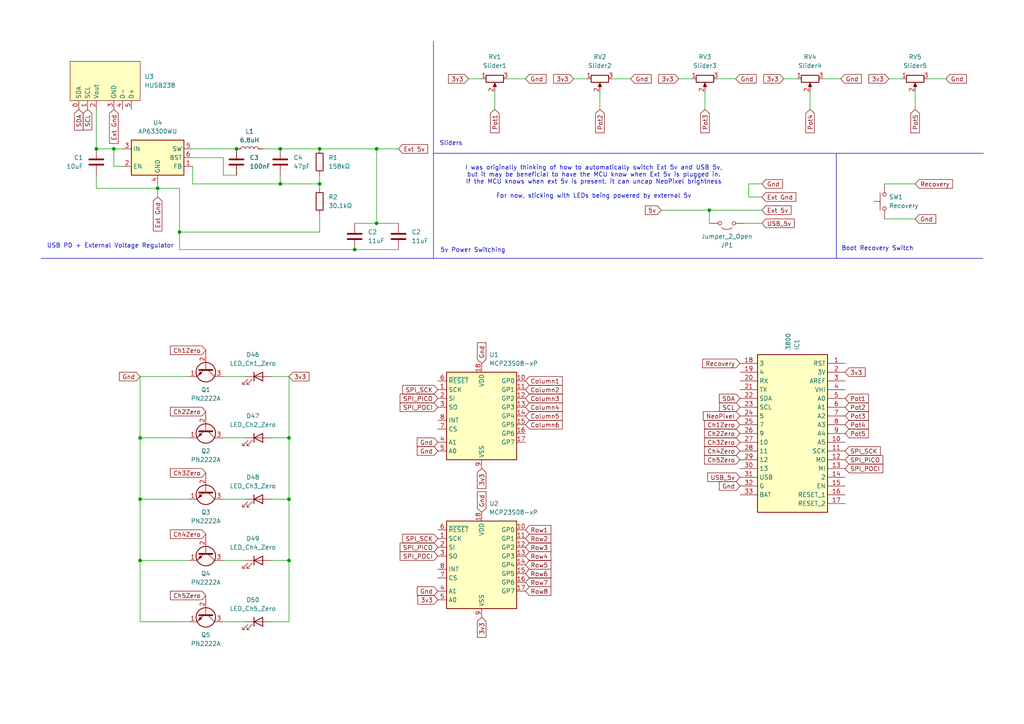
<source format=kicad_sch>
(kicad_sch (version 20231120) (generator "eeschema") (generator_version "8.0")
  (paper "A4")
  (lib_symbols
    (symbol "ControlMixer:AP63300WU"
      (property "Reference" "U" (at -7.62 6.35 0))
      (property "Value" "AP63300WU" (at 2.54 6.35 0))
      (symbol "AP63300WU_0_1"
        (rectangle (start -7.62 5.08) (end 7.62 -5.08) (stroke (width 0.254)) (fill (type background)))
      )
      (symbol "AP63300WU_1_1"
        (pin input line (at 10.16 -2.54 180) (length 2.54) (name "FB") (number "1"))
        (pin input line (at -10.16 -2.54 0) (length 2.54) (name "EN") (number "2"))
        (pin power_in line (at -10.16 2.54 0) (length 2.54) (name "IN") (number "3"))
        (pin power_in line (at 0 -7.62 90) (length 2.54) (name "GND") (number "4"))
        (pin output line (at 10.16 2.54 180) (length 2.54) (name "SW") (number "5"))
        (pin passive line (at 10.16 0 180) (length 2.54) (name "BST") (number "6"))
      )
    )
    (symbol "ControlMixer:Adafruit_HUSB238"
      (property "Reference" "U" (at 0 0 0))
      (property "Value" "HUSB238" (at 0 1.778 0))
      (symbol "Adafruit_HUSB238_0_1"
        (rectangle (start -10.16 -1.27) (end 10.16 -12.7) (fill (type background)))
      )
      (symbol "Adafruit_HUSB238_1_1"
        (pin bidirectional line (at -7.62 -15.24 90) (length 2.54) (name "SDA") (number "0"))
        (pin input line (at -5.08 -15.24 90) (length 2.54) (name "SCL") (number "1"))
        (pin power_out line (at -2.54 -15.24 90) (length 2.54) (name "Vout") (number "2"))
        (pin power_in line (at 2.54 -15.24 90) (length 2.54) (name "GND") (number "3"))
        (pin bidirectional line (at 5.08 -15.24 90) (length 2.54) (name "D-") (number "4"))
        (pin bidirectional line (at 7.62 -15.24 90) (length 2.54) (name "D+") (number "5"))
      )
    )
    (symbol "ControlMixer:MCP23S08-xP"
      (property "Reference" "U" (at -8.89 13.97 0))
      (property "Value" "MCP23S08-xP" (at 8.89 13.97 0))
      (symbol "MCP23S08-xP_0_1"
        (rectangle (start -10.16 12.7) (end 10.16 -12.7) (stroke (width 0.254)) (fill (type background)))
      )
      (symbol "MCP23S08-xP_1_1"
        (pin input line (at -12.7 7.62 0) (length 2.54) (name "SCK") (number "1"))
        (pin bidirectional line (at 12.7 10.16 180) (length 2.54) (name "GP0") (number "10"))
        (pin bidirectional line (at 12.7 7.62 180) (length 2.54) (name "GP1") (number "11"))
        (pin bidirectional line (at 12.7 5.08 180) (length 2.54) (name "GP2") (number "12"))
        (pin bidirectional line (at 12.7 2.54 180) (length 2.54) (name "GP3") (number "13"))
        (pin bidirectional line (at 12.7 0 180) (length 2.54) (name "GP4") (number "14"))
        (pin bidirectional line (at 12.7 -2.54 180) (length 2.54) (name "GP5") (number "15"))
        (pin bidirectional line (at 12.7 -5.08 180) (length 2.54) (name "GP6") (number "16"))
        (pin bidirectional line (at 12.7 -7.62 180) (length 2.54) (name "GP7") (number "17"))
        (pin power_in line (at 0 15.24 270) (length 2.54) (name "VDD") (number "18"))
        (pin input line (at -12.7 5.08 0) (length 2.54) (name "SI") (number "2"))
        (pin output line (at -12.7 2.54 0) (length 2.54) (name "SO") (number "3"))
        (pin input line (at -12.7 -7.62 0) (length 2.54) (name "A1") (number "4"))
        (pin input line (at -12.7 -10.16 0) (length 2.54) (name "A0") (number "5"))
        (pin input line (at -12.7 10.16 0) (length 2.54) (name "~{RESET}") (number "6"))
        (pin input line (at -12.7 -3.81 0) (length 2.54) (name "CS") (number "7"))
        (pin output line (at -12.7 -1.27 0) (length 2.54) (name "INT") (number "8"))
        (pin power_in line (at 0 -15.24 90) (length 2.54) (name "VSS") (number "9"))
      )
    )
    (symbol "Device:C" (pin_numbers hide) (pin_names (offset 0.254))
      (property "Reference" "C" (at 0.635 2.54 0))
      (property "Value" "C" (at 0.635 -2.54 0))
      (symbol "C_0_1"
        (polyline (pts (xy -2.032 -0.762) (xy 2.032 -0.762)) (stroke (width 0.508)))
        (polyline (pts (xy -2.032 0.762) (xy 2.032 0.762)) (stroke (width 0.508)))
      )
      (symbol "C_1_1"
        (pin passive line (at 0 3.81 270) (length 2.794) (name "~") (number "1"))
        (pin passive line (at 0 -3.81 90) (length 2.794) (name "~") (number "2"))
      )
    )
    (symbol "Device:L" (pin_numbers hide) (pin_names (offset 1.016) hide)
      (property "Reference" "L" (at -1.27 0 90))
      (property "Value" "L" (at 1.905 0 90))
      (symbol "L_0_1"
        (arc (start 0 -2.54) (mid 0.6323 -1.905) (end 0 -1.27))
        (arc (start 0 -1.27) (mid 0.6323 -0.635) (end 0 0))
        (arc (start 0 0) (mid 0.6323 0.635) (end 0 1.27))
        (arc (start 0 1.27) (mid 0.6323 1.905) (end 0 2.54))
      )
      (symbol "L_1_1"
        (pin passive line (at 0 3.81 270) (length 1.27) (name "1") (number "1"))
        (pin passive line (at 0 -3.81 90) (length 1.27) (name "2") (number "2"))
      )
    )
    (symbol "Device:LED" (pin_numbers hide) (pin_names (offset 1.016) hide)
      (property "Reference" "D" (at 0 2.54 0))
      (property "Value" "LED" (at 0 -2.54 0))
      (symbol "LED_0_1"
        (polyline (pts (xy -1.27 -1.27) (xy -1.27 1.27)) (stroke (width 0.254)))
        (polyline (pts (xy -1.27 0) (xy 1.27 0)))
        (polyline (pts (xy 1.27 -1.27) (xy 1.27 1.27) (xy -1.27 0) (xy 1.27 -1.27)) (stroke (width 0.254)))
        (polyline (pts (xy -3.048 -0.762) (xy -4.572 -2.286) (xy -3.81 -2.286) (xy -4.572 -2.286) (xy -4.572 -1.524)))
        (polyline (pts (xy -1.778 -0.762) (xy -3.302 -2.286) (xy -2.54 -2.286) (xy -3.302 -2.286) (xy -3.302 -1.524)))
      )
      (symbol "LED_1_1"
        (pin passive line (at -3.81 0 0) (length 2.54) (name "K") (number "1"))
        (pin passive line (at 3.81 0 180) (length 2.54) (name "A") (number "2"))
      )
    )
    (symbol "Device:R" (pin_numbers hide) (pin_names (offset 0))
      (property "Reference" "R" (at 2.032 0 90))
      (property "Value" "R" (at 0 0 90))
      (symbol "R_0_1"
        (rectangle (start -1.016 -2.54) (end 1.016 2.54) (stroke (width 0.254)))
      )
      (symbol "R_1_1"
        (pin passive line (at 0 3.81 270) (length 1.27) (name "~") (number "1"))
        (pin passive line (at 0 -3.81 90) (length 1.27) (name "~") (number "2"))
      )
    )
    (symbol "Device:R_Potentiometer" (pin_names (offset 1.016) hide)
      (property "Reference" "RV" (at -4.445 0 90))
      (property "Value" "R_Potentiometer" (at -2.54 0 90))
      (symbol "R_Potentiometer_0_1"
        (polyline (pts (xy 2.54 0) (xy 1.524 0)))
        (polyline (pts (xy 1.143 0) (xy 2.286 0.508) (xy 2.286 -0.508) (xy 1.143 0)) (fill (type outline)))
        (rectangle (start 1.016 2.54) (end -1.016 -2.54) (stroke (width 0.254)))
      )
      (symbol "R_Potentiometer_1_1"
        (pin passive line (at 0 3.81 270) (length 1.27) (name "1") (number "1"))
        (pin passive line (at 3.81 0 180) (length 1.27) (name "2") (number "2"))
        (pin passive line (at 0 -3.81 90) (length 1.27) (name "3") (number "3"))
      )
    )
    (symbol "Jumper:Jumper_2_Open" (pin_numbers hide) (pin_names (offset 0) hide) (exclude_from_sim yes)
      (property "Reference" "JP" (at 0 2.794 0))
      (property "Value" "Jumper_2_Open" (at 0 -2.286 0))
      (symbol "Jumper_2_Open_0_0"
        (circle (center -2.032 0) (radius 0.508))
        (circle (center 2.032 0) (radius 0.508))
      )
      (symbol "Jumper_2_Open_0_1"
        (arc (start 1.524 1.27) (mid 0 1.778) (end -1.524 1.27))
      )
      (symbol "Jumper_2_Open_1_1"
        (pin passive line (at -5.08 0 0) (length 2.54) (name "A") (number "1"))
        (pin passive line (at 5.08 0 180) (length 2.54) (name "B") (number "2"))
      )
    )
    (symbol "SamacSys_Parts:3800"
      (property "Reference" "IC" (at 26.67 7.62 0))
      (property "Value" "3800" (at 26.67 5.08 0))
      (symbol "3800_1_1"
        (rectangle (start 5.08 2.54) (end 25.4 -43.18) (stroke (width 0.254)) (fill (type background)))
        (pin passive line (at 0 0 0) (length 5.08) (name "RST") (number "1"))
        (pin passive line (at 0 -22.86 0) (length 5.08) (name "A5") (number "10"))
        (pin passive line (at 0 -25.4 0) (length 5.08) (name "SCK") (number "11"))
        (pin passive line (at 0 -27.94 0) (length 5.08) (name "MO") (number "12"))
        (pin passive line (at 0 -30.48 0) (length 5.08) (name "MI") (number "13"))
        (pin passive line (at 0 -33.02 0) (length 5.08) (name "2") (number "14"))
        (pin passive line (at 0 -35.56 0) (length 5.08) (name "EN") (number "15"))
        (pin passive line (at 0 -38.1 0) (length 5.08) (name "RESET_1") (number "16"))
        (pin passive line (at 0 -40.64 0) (length 5.08) (name "RESET_2") (number "17"))
        (pin passive line (at 30.48 0 180) (length 5.08) (name "3") (number "18"))
        (pin passive line (at 30.48 -2.54 180) (length 5.08) (name "4") (number "19"))
        (pin passive line (at 0 -2.54 0) (length 5.08) (name "3V") (number "2"))
        (pin passive line (at 30.48 -5.08 180) (length 5.08) (name "RX") (number "20"))
        (pin passive line (at 30.48 -7.62 180) (length 5.08) (name "TX") (number "21"))
        (pin passive line (at 30.48 -10.16 180) (length 5.08) (name "SDA") (number "22"))
        (pin passive line (at 30.48 -12.7 180) (length 5.08) (name "SCL") (number "23"))
        (pin passive line (at 30.48 -15.24 180) (length 5.08) (name "5") (number "24"))
        (pin passive line (at 30.48 -17.78 180) (length 5.08) (name "7") (number "25"))
        (pin passive line (at 30.48 -20.32 180) (length 5.08) (name "9") (number "26"))
        (pin passive line (at 30.48 -22.86 180) (length 5.08) (name "10") (number "27"))
        (pin passive line (at 30.48 -25.4 180) (length 5.08) (name "11") (number "28"))
        (pin passive line (at 30.48 -27.94 180) (length 5.08) (name "12") (number "29"))
        (pin passive line (at 0 -5.08 0) (length 5.08) (name "AREF") (number "3"))
        (pin passive line (at 30.48 -30.48 180) (length 5.08) (name "13") (number "30"))
        (pin passive line (at 30.48 -33.02 180) (length 5.08) (name "USB") (number "31"))
        (pin passive line (at 30.48 -35.56 180) (length 5.08) (name "G") (number "32"))
        (pin passive line (at 30.48 -38.1 180) (length 5.08) (name "BAT") (number "33"))
        (pin passive line (at 0 -7.62 0) (length 5.08) (name "VHI") (number "4"))
        (pin passive line (at 0 -10.16 0) (length 5.08) (name "A0") (number "5"))
        (pin passive line (at 0 -12.7 0) (length 5.08) (name "A1") (number "6"))
        (pin passive line (at 0 -15.24 0) (length 5.08) (name "A2") (number "7"))
        (pin passive line (at 0 -17.78 0) (length 5.08) (name "A3") (number "8"))
        (pin passive line (at 0 -20.32 0) (length 5.08) (name "A4") (number "9"))
      )
    )
    (symbol "Switch:SW_Push" (pin_numbers hide) (pin_names (offset 1.016) hide)
      (property "Reference" "SW" (at 1.27 2.54 0))
      (property "Value" "SW_Push" (at 0 -1.524 0))
      (symbol "SW_Push_0_1"
        (circle (center -2.032 0) (radius 0.508))
        (polyline (pts (xy 0 1.27) (xy 0 3.048)))
        (polyline (pts (xy 2.54 1.27) (xy -2.54 1.27)))
        (circle (center 2.032 0) (radius 0.508))
        (pin passive line (at -5.08 0 0) (length 2.54) (name "1") (number "1"))
        (pin passive line (at 5.08 0 180) (length 2.54) (name "2") (number "2"))
      )
    )
    (symbol "Transistor_BJT:PN2222A" (pin_names (offset 0) hide)
      (property "Reference" "Q" (at 5.08 1.905 0))
      (property "Value" "PN2222A" (at 5.08 0 0))
      (symbol "PN2222A_0_1"
        (polyline (pts (xy 0 0) (xy 0.635 0)))
        (polyline (pts (xy 2.54 -2.54) (xy 0.635 -0.635)))
        (polyline (pts (xy 2.54 2.54) (xy 0.635 0.635)))
        (polyline (pts (xy 0.635 1.905) (xy 0.635 -1.905) (xy 0.635 -1.905)) (stroke (width 0.508)))
        (polyline (pts (xy 2.413 -2.413) (xy 1.905 -1.905) (xy 1.905 -1.905)))
        (polyline (pts (xy 1.143 -1.651) (xy 1.651 -1.143) (xy 2.159 -2.159) (xy 1.143 -1.651) (xy 1.143 -1.651)) (fill (type outline)))
        (circle (center 1.27 0) (radius 2.8194) (stroke (width 0.254)))
      )
      (symbol "PN2222A_1_1"
        (pin passive line (at 2.54 -5.08 90) (length 2.54) (name "E") (number "1"))
        (pin input line (at -5.08 0 0) (length 5.08) (name "B") (number "2"))
        (pin passive line (at 2.54 5.08 270) (length 2.54) (name "C") (number "3"))
      )
    )
  )
  (junction (at 109.22 43.18))
  (junction (at 109.22 64.77))
  (junction (at 33.02 43.18))
  (junction (at 81.28 53.34))
  (junction (at 68.58 43.18))
  (junction (at 83.82 162.56))
  (junction (at 102.87 72.39))
  (junction (at 92.71 43.18))
  (junction (at 83.82 144.78))
  (junction (at 40.64 144.78))
  (junction (at 83.82 127))
  (junction (at 52.07 67.31))
  (junction (at 27.94 43.18))
  (junction (at 45.72 54.61))
  (junction (at 40.64 127))
  (junction (at 205.74 60.96))
  (junction (at 81.28 43.18))
  (junction (at 40.64 162.56))
  (junction (at 92.71 53.34))
  (wire (pts (xy 135.89 22.86) (xy 139.7 22.86)))
  (wire (pts (xy 76.2 43.18) (xy 81.28 43.18)))
  (wire (pts (xy 35.56 48.26) (xy 33.02 48.26)))
  (wire (pts (xy 265.43 53.34) (xy 256.54 53.34)))
  (wire (pts (xy 52.07 54.61) (xy 45.72 54.61)))
  (wire (pts (xy 234.95 26.67) (xy 234.95 31.75)))
  (wire (pts (xy 40.64 144.78) (xy 40.64 162.56)))
  (wire (pts (xy 205.74 60.96) (xy 205.74 64.77)))
  (wire (pts (xy 83.82 162.56) (xy 83.82 180.34)))
  (polyline (pts (xy 12.0195 74.8846) (xy 12.0195 74.93)))
  (wire (pts (xy 217.17 57.15) (xy 220.98 57.15)))
  (wire (pts (xy 147.32 22.86) (xy 152.4 22.86)))
  (wire (pts (xy 40.64 162.56) (xy 54.61 162.56)))
  (wire (pts (xy 52.07 67.31) (xy 52.07 54.61)))
  (wire (pts (xy 81.28 53.34) (xy 92.71 53.34)))
  (wire (pts (xy 78.74 109.22) (xy 83.82 109.22)))
  (wire (pts (xy 40.64 127) (xy 54.61 127)))
  (polyline (pts (xy 285.2678 44.45) (xy 125.73 44.45)))
  (wire (pts (xy 92.71 43.18) (xy 109.22 43.18)))
  (wire (pts (xy 52.07 72.39) (xy 52.07 67.31)))
  (wire (pts (xy 83.82 180.34) (xy 78.74 180.34)))
  (wire (pts (xy 191.77 60.96) (xy 205.74 60.96)))
  (wire (pts (xy 109.22 43.18) (xy 109.22 64.77)))
  (wire (pts (xy 83.82 127) (xy 83.82 144.78)))
  (wire (pts (xy 40.64 109.22) (xy 40.64 127)))
  (wire (pts (xy 27.94 31.75) (xy 27.94 43.18)))
  (wire (pts (xy 40.64 180.34) (xy 54.61 180.34)))
  (wire (pts (xy 55.88 43.18) (xy 68.58 43.18)))
  (wire (pts (xy 238.76 22.86) (xy 243.84 22.86)))
  (wire (pts (xy 64.77 144.78) (xy 71.12 144.78)))
  (wire (pts (xy 81.28 43.18) (xy 92.71 43.18)))
  (polyline (pts (xy 242.57 74.93) (xy 285.0695 74.93)))
  (wire (pts (xy 205.74 60.96) (xy 220.98 60.96)))
  (wire (pts (xy 269.24 22.86) (xy 274.32 22.86)))
  (polyline (pts (xy 125.73 74.93) (xy 12.0195 74.93)))
  (wire (pts (xy 64.77 50.8) (xy 68.58 50.8)))
  (wire (pts (xy 40.64 144.78) (xy 54.61 144.78)))
  (wire (pts (xy 102.87 72.39) (xy 52.07 72.39)))
  (wire (pts (xy 92.71 62.23) (xy 92.71 67.31)))
  (wire (pts (xy 173.99 26.67) (xy 173.99 31.75)))
  (wire (pts (xy 208.28 22.86) (xy 213.36 22.86)))
  (wire (pts (xy 166.37 22.86) (xy 170.18 22.86)))
  (wire (pts (xy 83.82 144.78) (xy 83.82 162.56)))
  (wire (pts (xy 27.94 50.8) (xy 27.94 54.61)))
  (wire (pts (xy 64.77 162.56) (xy 71.12 162.56)))
  (wire (pts (xy 143.51 26.67) (xy 143.51 31.75)))
  (wire (pts (xy 92.71 53.34) (xy 92.71 54.61)))
  (wire (pts (xy 55.88 53.34) (xy 81.28 53.34)))
  (wire (pts (xy 83.82 109.22) (xy 83.82 127)))
  (wire (pts (xy 217.17 53.34) (xy 217.17 57.15)))
  (wire (pts (xy 265.43 26.67) (xy 265.43 31.75)))
  (wire (pts (xy 45.72 54.61) (xy 45.72 53.34)))
  (wire (pts (xy 55.88 48.26) (xy 55.88 53.34)))
  (wire (pts (xy 64.77 109.22) (xy 71.12 109.22)))
  (polyline (pts (xy 125.73 74.93) (xy 242.57 74.93)))
  (wire (pts (xy 64.77 45.72) (xy 64.77 50.8)))
  (wire (pts (xy 177.8 22.86) (xy 182.88 22.86)))
  (wire (pts (xy 33.02 43.18) (xy 35.56 43.18)))
  (wire (pts (xy 64.77 127) (xy 71.12 127)))
  (wire (pts (xy 227.33 22.86) (xy 231.14 22.86)))
  (wire (pts (xy 220.98 53.34) (xy 217.17 53.34)))
  (wire (pts (xy 33.02 48.26) (xy 33.02 43.18)))
  (wire (pts (xy 92.71 50.8) (xy 92.71 53.34)))
  (wire (pts (xy 78.74 127) (xy 83.82 127)))
  (wire (pts (xy 27.94 54.61) (xy 45.72 54.61)))
  (wire (pts (xy 27.94 43.18) (xy 33.02 43.18)))
  (wire (pts (xy 78.74 162.56) (xy 83.82 162.56)))
  (wire (pts (xy 81.28 50.8) (xy 81.28 53.34)))
  (wire (pts (xy 102.87 72.39) (xy 115.57 72.39)))
  (wire (pts (xy 196.85 22.86) (xy 200.66 22.86)))
  (polyline (pts (xy 125.73 11.9737) (xy 125.73 44.45)))
  (wire (pts (xy 40.64 109.22) (xy 54.61 109.22)))
  (polyline (pts (xy 242.57 44.45) (xy 242.57 74.93)))
  (wire (pts (xy 257.81 22.86) (xy 261.62 22.86)))
  (wire (pts (xy 256.54 63.5) (xy 265.43 63.5)))
  (wire (pts (xy 109.22 43.18) (xy 115.57 43.18)))
  (polyline (pts (xy 125.73 44.45) (xy 125.73 74.93)))
  (wire (pts (xy 92.71 67.31) (xy 52.07 67.31)))
  (wire (pts (xy 109.22 64.77) (xy 115.57 64.77)))
  (wire (pts (xy 204.47 26.67) (xy 204.47 31.75)))
  (wire (pts (xy 40.64 162.56) (xy 40.64 180.34)))
  (wire (pts (xy 55.88 45.72) (xy 64.77 45.72)))
  (wire (pts (xy 78.74 144.78) (xy 83.82 144.78)))
  (wire (pts (xy 40.64 127) (xy 40.64 144.78)))
  (wire (pts (xy 215.9 64.77) (xy 220.98 64.77)))
  (wire (pts (xy 45.72 57.15) (xy 45.72 54.61)))
  (wire (pts (xy 102.87 64.77) (xy 109.22 64.77)))
  (wire (pts (xy 64.77 180.34) (xy 71.12 180.34)))
  (text "Sliders" (at 130.81 41.656 0) (effects (font (size 1.27 1.27))))
  (text "Boot Recovery Switch" (at 254.508 72.136 0) (effects (font (size 1.27 1.27))))
  (text "I was originally thinking of how to automatically switch Ext 5v and USB 5v,\nbut it may be beneficial to have the MCU know when Ext 5v is plugged in.\nIf the MCU knows when ext 5v is present, it can uncap NeoPixel brightness\n\nFor now, sticking with LEDs being powered by external 5v" (at 172.212 52.832 0) (effects (font (size 1.27 1.27))))
  (text "5v Power Switching" (at 137.16 72.644 0) (effects (font (size 1.27 1.27))))
  (text "USB PD + External Voltage Regulator" (at 32.004 71.374 0) (effects (font (size 1.27 1.27))))
  (global_label "Gnd" (shape input) (at 243.84 22.86 0) (property "Intersheetrefs" "${INTERSHEET_REFS}" (effects (hide yes))))
  (global_label "SPI_POCI" (shape input) (at 127 118.11 180) (property "Intersheetrefs" "${INTERSHEET_REFS}" (effects (hide yes))))
  (global_label "Row5" (shape input) (at 152.4 163.83 0) (property "Intersheetrefs" "${INTERSHEET_REFS}" (effects (hide yes))))
  (global_label "Pot5" (shape input) (at 265.43 31.75 270) (property "Intersheetrefs" "${INTERSHEET_REFS}" (effects (hide yes))))
  (global_label "Column3" (shape input) (at 152.4 115.57 0) (property "Intersheetrefs" "${INTERSHEET_REFS}" (effects (hide yes))))
  (global_label "Ch2Zero" (shape input) (at 214.63 125.73 180) (property "Intersheetrefs" "${INTERSHEET_REFS}" (effects (hide yes))))
  (global_label "Pot3" (shape input) (at 245.11 120.65 0) (property "Intersheetrefs" "${INTERSHEET_REFS}" (effects (hide yes))))
  (global_label "SPI_SCK" (shape input) (at 127 113.03 180) (property "Intersheetrefs" "${INTERSHEET_REFS}" (effects (hide yes))))
  (global_label "Ext Gnd" (shape input) (at 45.72 57.15 270) (property "Intersheetrefs" "${INTERSHEET_REFS}" (effects (hide yes))))
  (global_label "Pot4" (shape input) (at 245.11 123.19 0) (property "Intersheetrefs" "${INTERSHEET_REFS}" (effects (hide yes))))
  (global_label "5v" (shape input) (at 191.77 60.96 180) (property "Intersheetrefs" "${INTERSHEET_REFS}" (effects (hide yes))))
  (global_label "NeoPixel" (shape input) (at 214.63 120.65 180) (property "Intersheetrefs" "${INTERSHEET_REFS}" (effects (hide yes))))
  (global_label "Ext Gnd" (shape input) (at 33.02 31.75 270) (property "Intersheetrefs" "${INTERSHEET_REFS}" (effects (hide yes))))
  (global_label "Ch2Zero" (shape input) (at 59.69 119.38 180) (property "Intersheetrefs" "${INTERSHEET_REFS}" (effects (hide yes))))
  (global_label "Gnd" (shape input) (at 127 130.81 180) (property "Intersheetrefs" "${INTERSHEET_REFS}" (effects (hide yes))))
  (global_label "SCL" (shape input) (at 214.63 118.11 180) (property "Intersheetrefs" "${INTERSHEET_REFS}" (effects (hide yes))))
  (global_label "Gnd" (shape input) (at 265.43 63.5 0) (property "Intersheetrefs" "${INTERSHEET_REFS}" (effects (hide yes))))
  (global_label "SPI_PICO" (shape input) (at 127 115.57 180) (property "Intersheetrefs" "${INTERSHEET_REFS}" (effects (hide yes))))
  (global_label "Row2" (shape input) (at 152.4 156.21 0) (property "Intersheetrefs" "${INTERSHEET_REFS}" (effects (hide yes))))
  (global_label "Pot3" (shape input) (at 204.47 31.75 270) (property "Intersheetrefs" "${INTERSHEET_REFS}" (effects (hide yes))))
  (global_label "3v3" (shape input) (at 227.33 22.86 180) (property "Intersheetrefs" "${INTERSHEET_REFS}" (effects (hide yes))))
  (global_label "Column4" (shape input) (at 152.4 118.11 0) (property "Intersheetrefs" "${INTERSHEET_REFS}" (effects (hide yes))))
  (global_label "Pot2" (shape input) (at 245.11 118.11 0) (property "Intersheetrefs" "${INTERSHEET_REFS}" (effects (hide yes))))
  (global_label "Gnd" (shape input) (at 139.7 105.41 90) (property "Intersheetrefs" "${INTERSHEET_REFS}" (effects (hide yes))))
  (global_label "Row8" (shape input) (at 152.4 171.45 0) (property "Intersheetrefs" "${INTERSHEET_REFS}" (effects (hide yes))))
  (global_label "Gnd" (shape input) (at 152.4 22.86 0) (property "Intersheetrefs" "${INTERSHEET_REFS}" (effects (hide yes))))
  (global_label "Column2" (shape input) (at 152.4 113.03 0) (property "Intersheetrefs" "${INTERSHEET_REFS}" (effects (hide yes))))
  (global_label "USB_5v" (shape input) (at 214.63 138.43 180) (property "Intersheetrefs" "${INTERSHEET_REFS}" (effects (hide yes))))
  (global_label "Gnd" (shape input) (at 40.64 109.22 180) (property "Intersheetrefs" "${INTERSHEET_REFS}" (effects (hide yes))))
  (global_label "Pot1" (shape input) (at 245.11 115.57 0) (property "Intersheetrefs" "${INTERSHEET_REFS}" (effects (hide yes))))
  (global_label "SPI_POCI" (shape input) (at 127 161.29 180) (property "Intersheetrefs" "${INTERSHEET_REFS}" (effects (hide yes))))
  (global_label "SCL" (shape input) (at 25.4 31.75 270) (property "Intersheetrefs" "${INTERSHEET_REFS}" (effects (hide yes))))
  (global_label "Row7" (shape input) (at 152.4 168.91 0) (property "Intersheetrefs" "${INTERSHEET_REFS}" (effects (hide yes))))
  (global_label "Pot5" (shape input) (at 245.11 125.73 0) (property "Intersheetrefs" "${INTERSHEET_REFS}" (effects (hide yes))))
  (global_label "Column1" (shape input) (at 152.4 110.49 0) (property "Intersheetrefs" "${INTERSHEET_REFS}" (effects (hide yes))))
  (global_label "Gnd" (shape input) (at 274.32 22.86 0) (property "Intersheetrefs" "${INTERSHEET_REFS}" (effects (hide yes))))
  (global_label "Ch1Zero" (shape input) (at 214.63 123.19 180) (property "Intersheetrefs" "${INTERSHEET_REFS}" (effects (hide yes))))
  (global_label "Gnd" (shape input) (at 220.98 53.34 0) (property "Intersheetrefs" "${INTERSHEET_REFS}" (effects (hide yes))))
  (global_label "SPI_SCK" (shape input) (at 127 156.21 180) (property "Intersheetrefs" "${INTERSHEET_REFS}" (effects (hide yes))))
  (global_label "Gnd" (shape input) (at 182.88 22.86 0) (property "Intersheetrefs" "${INTERSHEET_REFS}" (effects (hide yes))))
  (global_label "Ch3Zero" (shape input) (at 214.63 128.27 180) (property "Intersheetrefs" "${INTERSHEET_REFS}" (effects (hide yes))))
  (global_label "3v3" (shape input) (at 139.7 135.89 270) (property "Intersheetrefs" "${INTERSHEET_REFS}" (effects (hide yes))))
  (global_label "3v3" (shape input) (at 245.11 107.95 0) (property "Intersheetrefs" "${INTERSHEET_REFS}" (effects (hide yes))))
  (global_label "Ch4Zero" (shape input) (at 214.63 130.81 180) (property "Intersheetrefs" "${INTERSHEET_REFS}" (effects (hide yes))))
  (global_label "3v3" (shape input) (at 166.37 22.86 180) (property "Intersheetrefs" "${INTERSHEET_REFS}" (effects (hide yes))))
  (global_label "Recovery" (shape input) (at 214.63 105.41 180) (property "Intersheetrefs" "${INTERSHEET_REFS}" (effects (hide yes))))
  (global_label "Row1" (shape input) (at 152.4 153.67 0) (property "Intersheetrefs" "${INTERSHEET_REFS}" (effects (hide yes))))
  (global_label "Recovery" (shape input) (at 265.43 53.34 0) (property "Intersheetrefs" "${INTERSHEET_REFS}" (effects (hide yes))))
  (global_label "3v3" (shape input) (at 196.85 22.86 180) (property "Intersheetrefs" "${INTERSHEET_REFS}" (effects (hide yes))))
  (global_label "3v3" (shape input) (at 139.7 179.07 270) (property "Intersheetrefs" "${INTERSHEET_REFS}" (effects (hide yes))))
  (global_label "SDA" (shape input) (at 22.86 31.75 270) (property "Intersheetrefs" "${INTERSHEET_REFS}" (effects (hide yes))))
  (global_label "USB_5v" (shape input) (at 220.98 64.77 0) (property "Intersheetrefs" "${INTERSHEET_REFS}" (effects (hide yes))))
  (global_label "Column6" (shape input) (at 152.4 123.19 0) (property "Intersheetrefs" "${INTERSHEET_REFS}" (effects (hide yes))))
  (global_label "Ch4Zero" (shape input) (at 59.69 154.94 180) (property "Intersheetrefs" "${INTERSHEET_REFS}" (effects (hide yes))))
  (global_label "Gnd" (shape input) (at 139.7 148.59 90) (property "Intersheetrefs" "${INTERSHEET_REFS}" (effects (hide yes))))
  (global_label "Pot1" (shape input) (at 143.51 31.75 270) (property "Intersheetrefs" "${INTERSHEET_REFS}" (effects (hide yes))))
  (global_label "3v3" (shape input) (at 257.81 22.86 180) (property "Intersheetrefs" "${INTERSHEET_REFS}" (effects (hide yes))))
  (global_label "Gnd" (shape input) (at 213.36 22.86 0) (property "Intersheetrefs" "${INTERSHEET_REFS}" (effects (hide yes))))
  (global_label "SPI_POCI" (shape input) (at 245.11 135.89 0) (property "Intersheetrefs" "${INTERSHEET_REFS}" (effects (hide yes))))
  (global_label "Pot4" (shape input) (at 234.95 31.75 270) (property "Intersheetrefs" "${INTERSHEET_REFS}" (effects (hide yes))))
  (global_label "Gnd" (shape input) (at 127 128.27 180) (property "Intersheetrefs" "${INTERSHEET_REFS}" (effects (hide yes))))
  (global_label "Gnd" (shape input) (at 127 171.45 180) (property "Intersheetrefs" "${INTERSHEET_REFS}" (effects (hide yes))))
  (global_label "3v3" (shape input) (at 83.82 109.22 0) (property "Intersheetrefs" "${INTERSHEET_REFS}" (effects (hide yes))))
  (global_label "3v3" (shape input) (at 127 173.99 180) (property "Intersheetrefs" "${INTERSHEET_REFS}" (effects (hide yes))))
  (global_label "Row4" (shape input) (at 152.4 161.29 0) (property "Intersheetrefs" "${INTERSHEET_REFS}" (effects (hide yes))))
  (global_label "Row3" (shape input) (at 152.4 158.75 0) (property "Intersheetrefs" "${INTERSHEET_REFS}" (effects (hide yes))))
  (global_label "3v3" (shape input) (at 135.89 22.86 180) (property "Intersheetrefs" "${INTERSHEET_REFS}" (effects (hide yes))))
  (global_label "Gnd" (shape input) (at 214.63 140.97 180) (property "Intersheetrefs" "${INTERSHEET_REFS}" (effects (hide yes))))
  (global_label "Ext Gnd" (shape input) (at 220.98 57.15 0) (property "Intersheetrefs" "${INTERSHEET_REFS}" (effects (hide yes))))
  (global_label "SPI_PICO" (shape input) (at 127 158.75 180) (property "Intersheetrefs" "${INTERSHEET_REFS}" (effects (hide yes))))
  (global_label "Ch1Zero" (shape input) (at 59.69 101.6 180) (property "Intersheetrefs" "${INTERSHEET_REFS}" (effects (hide yes))))
  (global_label "Ch5Zero" (shape input) (at 59.69 172.72 180) (property "Intersheetrefs" "${INTERSHEET_REFS}" (effects (hide yes))))
  (global_label "Ch5Zero" (shape input) (at 214.63 133.35 180) (property "Intersheetrefs" "${INTERSHEET_REFS}" (effects (hide yes))))
  (global_label "SPI_SCK" (shape input) (at 245.11 130.81 0) (property "Intersheetrefs" "${INTERSHEET_REFS}" (effects (hide yes))))
  (global_label "Ext 5v" (shape input) (at 220.98 60.96 0) (property "Intersheetrefs" "${INTERSHEET_REFS}" (effects (hide yes))))
  (global_label "SDA" (shape input) (at 214.63 115.57 180) (property "Intersheetrefs" "${INTERSHEET_REFS}" (effects (hide yes))))
  (global_label "Ext 5v" (shape input) (at 115.57 43.18 0) (property "Intersheetrefs" "${INTERSHEET_REFS}" (effects (hide yes))))
  (global_label "Column5" (shape input) (at 152.4 120.65 0) (property "Intersheetrefs" "${INTERSHEET_REFS}" (effects (hide yes))))
  (global_label "Pot2" (shape input) (at 173.99 31.75 270) (property "Intersheetrefs" "${INTERSHEET_REFS}" (effects (hide yes))))
  (global_label "Ch3Zero" (shape input) (at 59.69 137.16 180) (property "Intersheetrefs" "${INTERSHEET_REFS}" (effects (hide yes))))
  (global_label "SPI_PICO" (shape input) (at 245.11 133.35 0) (property "Intersheetrefs" "${INTERSHEET_REFS}" (effects (hide yes))))
  (global_label "Row6" (shape input) (at 152.4 166.37 0) (property "Intersheetrefs" "${INTERSHEET_REFS}" (effects (hide yes))))
  (symbol (lib_id "Device:L") (at 72.39 43.18 90) (unit 1)
    (property "Reference" "L1" (at 72.39 38.1 90))
    (property "Value" "6.8uH" (at 72.39 40.64 90))
    (property "Description" "Inductor" (effects (hide yes)))
  )
  (symbol (lib_id "Transistor_BJT:PN2222A") (at 59.69 177.8 270) (unit 1)
    (property "Reference" "Q5" (at 59.69 184.15 90))
    (property "Value" "PN2222A" (at 59.69 186.69 90))
    (property "Footprint" "Package_TO_SOT_THT:TO-92_Inline" (effects (hide yes)))
    (property "Datasheet" "https://www.onsemi.com/pub/Collateral/PN2222-D.PDF" (effects (hide yes)))
    (property "Description" "1A Ic, 40V Vce, NPN Transistor, General Purpose Transistor, TO-92" (effects (hide yes)))
  )
  (symbol (lib_id "Device:LED") (at 74.93 109.22 0) (unit 1)
    (property "Reference" "D46" (at 73.3425 102.87 0))
    (property "Value" "LED_Ch1_Zero" (at 73.3425 105.41 0))
    (property "Description" "Light emitting diode" (effects (hide yes)))
  )
  (symbol (lib_id "ControlMixer:MCP23S08-xP") (at 139.7 163.83 0) (unit 1)
    (property "Reference" "U2" (at 141.8941 146.05 0) (effects (justify left)))
    (property "Value" "MCP23S08-xP" (at 141.8941 148.59 0) (effects (justify left)))
    (property "Footprint" "Package_DIP:DIP-18_W7.62mm" (effects (hide yes)))
    (property "Datasheet" "http://ww1.microchip.com/downloads/en/DeviceDoc/MCP23008-MCP23S08-Data-Sheet-20001919F.pdf" (effects (hide yes)))
    (property "Description" "8-bit I/O expander, SPI, interrupts, PDIP-18" (effects (hide yes)))
  )
  (symbol (lib_id "Transistor_BJT:PN2222A") (at 59.69 160.02 270) (unit 1)
    (property "Reference" "Q4" (at 59.69 166.37 90))
    (property "Value" "PN2222A" (at 59.69 168.91 90))
    (property "Footprint" "Package_TO_SOT_THT:TO-92_Inline" (effects (hide yes)))
    (property "Datasheet" "https://www.onsemi.com/pub/Collateral/PN2222-D.PDF" (effects (hide yes)))
    (property "Description" "1A Ic, 40V Vce, NPN Transistor, General Purpose Transistor, TO-92" (effects (hide yes)))
  )
  (symbol (lib_id "Device:C") (at 81.28 46.99 0) (unit 1)
    (property "Reference" "C4" (at 85.09 45.7199 0) (effects (justify left)))
    (property "Value" "47pF" (at 85.09 48.2599 0) (effects (justify left)))
    (property "Description" "Unpolarized capacitor" (effects (hide yes)))
  )
  (symbol (lib_id "Device:LED") (at 74.93 127 0) (unit 1)
    (property "Reference" "D47" (at 73.3425 120.65 0))
    (property "Value" "LED_Ch2_Zero" (at 73.3425 123.19 0))
    (property "Description" "Light emitting diode" (effects (hide yes)))
  )
  (symbol (lib_id "Device:C") (at 27.94 46.99 0) (mirror y) (unit 1)
    (property "Reference" "C1" (at 24.13 45.7199 0) (effects (justify left)))
    (property "Value" "10uF" (at 24.13 48.2599 0) (effects (justify left)))
    (property "Description" "Unpolarized capacitor" (effects (hide yes)))
  )
  (symbol (lib_id "Device:LED") (at 74.93 144.78 0) (unit 1)
    (property "Reference" "D48" (at 73.3425 138.43 0))
    (property "Value" "LED_Ch3_Zero" (at 73.3425 140.97 0))
    (property "Description" "Light emitting diode" (effects (hide yes)))
  )
  (symbol (lib_id "Device:R_Potentiometer") (at 265.43 22.86 90) (mirror x) (unit 1)
    (property "Reference" "RV5" (at 265.43 16.51 90))
    (property "Value" "Slider5" (at 265.43 19.05 90))
    (property "Description" "Potentiometer" (effects (hide yes)))
  )
  (symbol (lib_id "ControlMixer:Adafruit_HUSB238") (at 30.48 16.51 0) (unit 1)
    (property "Reference" "U3" (at 41.91 22.2249 0) (effects (justify left)))
    (property "Value" "HUSB238" (at 41.91 24.7649 0) (effects (justify left)))
  )
  (symbol (lib_id "Device:LED") (at 74.93 180.34 0) (unit 1)
    (property "Reference" "D50" (at 73.3425 173.99 0))
    (property "Value" "LED_Ch5_Zero" (at 73.3425 176.53 0))
    (property "Description" "Light emitting diode" (effects (hide yes)))
  )
  (symbol (lib_id "Device:R") (at 92.71 46.99 0) (unit 1)
    (property "Reference" "R1" (at 95.25 45.7199 0) (effects (justify left)))
    (property "Value" "158kΩ" (at 95.25 48.2599 0) (effects (justify left)))
    (property "Description" "Resistor" (effects (hide yes)))
  )
  (symbol (lib_id "Transistor_BJT:PN2222A") (at 59.69 142.24 270) (unit 1)
    (property "Reference" "Q3" (at 59.69 148.59 90))
    (property "Value" "PN2222A" (at 59.69 151.13 90))
    (property "Footprint" "Package_TO_SOT_THT:TO-92_Inline" (effects (hide yes)))
    (property "Datasheet" "https://www.onsemi.com/pub/Collateral/PN2222-D.PDF" (effects (hide yes)))
    (property "Description" "1A Ic, 40V Vce, NPN Transistor, General Purpose Transistor, TO-92" (effects (hide yes)))
  )
  (symbol (lib_id "SamacSys_Parts:3800") (at 245.11 105.41 0) (mirror y) (unit 1)
    (property "Reference" "IC1" (at 231.1401 101.6 90) (effects (justify left)))
    (property "Value" "3800" (at 228.6001 101.6 90) (effects (justify left)))
    (property "Footprint" "3800" (effects (hide yes)))
    (property "Datasheet" "https://cdn-learn.adafruit.com/downloads/pdf/introducing-adafruit-itsybitsy-m4.pdf" (effects (hide yes)))
    (property "Description" "Development Boards & Kits - ARM Adafruit ItsyBitsy M4 Express featuring ATSAMD51" (effects (hide yes)))
    (property "Height" "4.2" (effects (hide yes)))
    (property "Manufacturer_Name" "Adafruit" (effects (hide yes)))
    (property "Manufacturer_Part_Number" "3800" (effects (hide yes)))
    (property "Mouser Part Number" "485-3800" (effects (hide yes)))
    (property "Mouser Price/Stock" "https://www.mouser.co.uk/ProductDetail/Adafruit/3800?qs=%252BEew9%252B0nqrDEEFcTIFoyAg%3D%3D" (effects (hide yes)))
    (property "Arrow Part Number" "3800" (effects (hide yes)))
    (property "Arrow Price/Stock" "https://www.arrow.com/en/products/3800/adafruit-industries" (effects (hide yes)))
  )
  (symbol (lib_id "Device:R") (at 92.71 58.42 0) (unit 1)
    (property "Reference" "R2" (at 95.25 57.1499 0) (effects (justify left)))
    (property "Value" "30.1kΩ" (at 95.25 59.6899 0) (effects (justify left)))
    (property "Description" "Resistor" (effects (hide yes)))
  )
  (symbol (lib_id "Switch:SW_Push") (at 256.54 58.42 90) (unit 1)
    (property "Reference" "SW1" (at 257.81 57.1499 90) (effects (justify right)))
    (property "Value" "Recovery" (at 257.81 59.6899 90) (effects (justify right)))
    (property "Description" "Push button switch, generic, two pins" (effects (hide yes)))
  )
  (symbol (lib_id "ControlMixer:MCP23S08-xP") (at 139.7 120.65 0) (unit 1)
    (property "Reference" "U1" (at 141.8941 102.87 0) (effects (justify left)))
    (property "Value" "MCP23S08-xP" (at 141.8941 105.41 0) (effects (justify left)))
    (property "Footprint" "Package_DIP:DIP-18_W7.62mm" (effects (hide yes)))
    (property "Datasheet" "http://ww1.microchip.com/downloads/en/DeviceDoc/MCP23008-MCP23S08-Data-Sheet-20001919F.pdf" (effects (hide yes)))
    (property "Description" "8-bit I/O expander, SPI, interrupts, PDIP-18" (effects (hide yes)))
  )
  (symbol (lib_id "Device:C") (at 115.57 68.58 0) (unit 1)
    (property "Reference" "C2" (at 119.38 67.3099 0) (effects (justify left)))
    (property "Value" "11uF" (at 119.38 69.8499 0) (effects (justify left)))
    (property "Description" "Unpolarized capacitor" (effects (hide yes)))
  )
  (symbol (lib_id "ControlMixer:AP63300WU") (at 45.72 45.72 0) (unit 1)
    (property "Reference" "U4" (at 45.72 35.56 0))
    (property "Value" "AP63300WU" (at 45.72 38.1 0))
    (property "Footprint" "Package_TO_SOT_SMD:TSOT-23-6" (effects (hide yes)))
    (property "Datasheet" "https://www.diodes.com/assets/Datasheets/AP63200-AP63201-AP63203-AP63205.pdf" (effects (hide yes)))
    (property "Description" "3A, 500kHz Buck DC/DC Converter, adjustable output voltage, TSOT-23-6" (effects (hide yes)))
  )
  (symbol (lib_id "Jumper:Jumper_2_Open") (at 210.82 64.77 0) (mirror x) (unit 1) (exclude_from_sim yes)
    (property "Reference" "JP1" (at 210.82 71.12 0))
    (property "Value" "Jumper_2_Open" (at 210.82 68.58 0))
    (property "Description" "Jumper, 2-pole, open" (effects (hide yes)))
  )
  (symbol (lib_id "Device:C") (at 102.87 68.58 0) (unit 1)
    (property "Reference" "C2" (at 106.68 67.3099 0) (effects (justify left)))
    (property "Value" "11uF" (at 106.68 69.8499 0) (effects (justify left)))
    (property "Description" "Unpolarized capacitor" (effects (hide yes)))
  )
  (symbol (lib_id "Device:LED") (at 74.93 162.56 0) (unit 1)
    (property "Reference" "D49" (at 73.3425 156.21 0))
    (property "Value" "LED_Ch4_Zero" (at 73.3425 158.75 0))
    (property "Description" "Light emitting diode" (effects (hide yes)))
  )
  (symbol (lib_id "Device:R_Potentiometer") (at 204.47 22.86 90) (mirror x) (unit 1)
    (property "Reference" "RV3" (at 204.47 16.51 90))
    (property "Value" "Slider3" (at 204.47 19.05 90))
    (property "Description" "Potentiometer" (effects (hide yes)))
  )
  (symbol (lib_id "Device:R_Potentiometer") (at 143.51 22.86 90) (mirror x) (unit 1)
    (property "Reference" "RV1" (at 143.51 16.51 90))
    (property "Value" "Slider1" (at 143.51 19.05 90))
    (property "Description" "Potentiometer" (effects (hide yes)))
  )
  (symbol (lib_id "Device:R_Potentiometer") (at 234.95 22.86 90) (mirror x) (unit 1)
    (property "Reference" "RV4" (at 234.95 16.51 90))
    (property "Value" "Slider4" (at 234.95 19.05 90))
    (property "Description" "Potentiometer" (effects (hide yes)))
  )
  (symbol (lib_id "Device:C") (at 68.58 46.99 0) (unit 1)
    (property "Reference" "C3" (at 72.39 45.7199 0) (effects (justify left)))
    (property "Value" "100nF" (at 72.39 48.2599 0) (effects (justify left)))
    (property "Description" "Unpolarized capacitor" (effects (hide yes)))
  )
  (symbol (lib_id "Transistor_BJT:PN2222A") (at 59.69 124.46 270) (unit 1)
    (property "Reference" "Q2" (at 59.69 130.81 90))
    (property "Value" "PN2222A" (at 59.69 133.35 90))
    (property "Footprint" "Package_TO_SOT_THT:TO-92_Inline" (effects (hide yes)))
    (property "Datasheet" "https://www.onsemi.com/pub/Collateral/PN2222-D.PDF" (effects (hide yes)))
    (property "Description" "1A Ic, 40V Vce, NPN Transistor, General Purpose Transistor, TO-92" (effects (hide yes)))
  )
  (symbol (lib_id "Device:R_Potentiometer") (at 173.99 22.86 90) (mirror x) (unit 1)
    (property "Reference" "RV2" (at 173.99 16.51 90))
    (property "Value" "Slider2" (at 173.99 19.05 90))
    (property "Description" "Potentiometer" (effects (hide yes)))
  )
  (symbol (lib_id "Transistor_BJT:PN2222A") (at 59.69 106.68 270) (unit 1)
    (property "Reference" "Q1" (at 59.69 113.03 90))
    (property "Value" "PN2222A" (at 59.69 115.57 90))
    (property "Footprint" "Package_TO_SOT_THT:TO-92_Inline" (effects (hide yes)))
    (property "Datasheet" "https://www.onsemi.com/pub/Collateral/PN2222-D.PDF" (effects (hide yes)))
    (property "Description" "1A Ic, 40V Vce, NPN Transistor, General Purpose Transistor, TO-92" (effects (hide yes)))
  )
  (sheet (at 304.8 152.4) (size 44.45 24.13) (stroke (width 0.1524))
    (property "Sheetname" "Key Matrix" (at 304.8 151.6884 0) (effects (justify left bottom)))
    (property "Sheetfile" "KeyMatrix.kicad_sch" (at 304.8 177.1146 0) (effects (justify left top)))
  )
  (sheet (at 307.34 99.06) (size 15.24 20.32) (stroke (width 0.1524))
    (property "Sheetname" "LED Matrix" (at 307.34 98.3484 0) (effects (justify left bottom)))
    (property "Sheetfile" "LEDMatrix.kicad_sch" (at 307.34 119.9646 0) (effects (justify left top)))
  )
)
</source>
